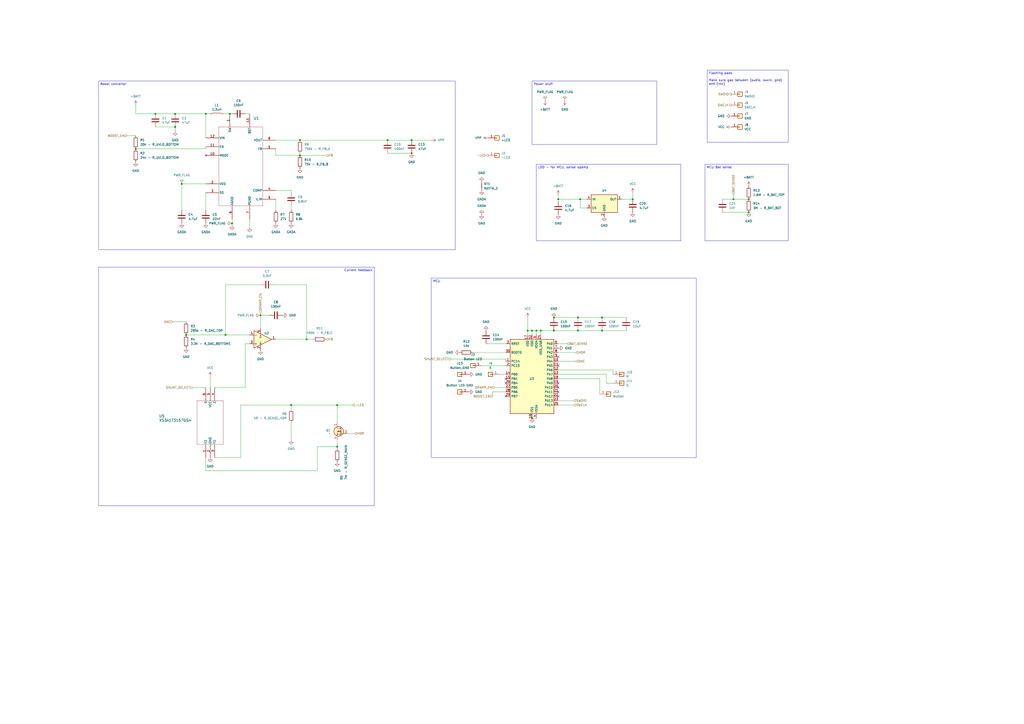
<source format=kicad_sch>
(kicad_sch (version 20231120) (generator "eeschema") (generator_version "8.0")
  (paper "A2")
  (title_block (title "Flashlight Driver") (date "2024-04-21") (company "Ben Simms"))
  (lib_symbols
    (symbol "Connector_Generic:Conn_01x01" (pin_names (offset 1.016) hide)
      (property "Reference" "J" (at 0 2.54 0))
      (property "Value" "Conn_01x01" (at 0 -2.54 0))
      (symbol "Conn_01x01_1_1"
        (pin passive line (at -5.08 0 0) (length 3.81) (name "Pin_1") (number "1"))
      )
    )
    (symbol "Device:L" (pin_numbers hide) (pin_names (offset 1.016) hide)
      (property "Reference" "L" (at -1.27 0 90))
      (property "Value" "L" (at 1.905 0 90))
      (symbol "L_1_1"
        (pin passive line (at 0 3.81 270) (length 1.27) (name "1") (number "1"))
        (pin passive line (at 0 -3.81 90) (length 1.27) (name "2") (number "2"))
      )
    )
    (symbol "Device:NetTie_2" (pin_numbers hide) (pin_names (offset 0) hide) (in_bom no)
      (property "Reference" "NT" (at 0 1.27 0))
      (property "Value" "NetTie_2" (at 0 -1.27 0))
      (symbol "NetTie_2_1_1"
        (pin passive line (at -2.54 0 0) (length 2.54) (name "1") (number "1"))
        (pin passive line (at 2.54 0 180) (length 2.54) (name "2") (number "2"))
      )
    )
    (symbol "MCU_ST_STM32L0:STM32L072KBUx"
      (property "Reference" "U" (at -12.7 24.13 0))
      (property "Value" "STM32L072KBUx" (at 7.62 24.13 0))
      (symbol "STM32L072KBUx_1_1"
        (pin bidirectional line (at -15.24 10.16 0) (length 2.54) (name "PC14") (number "1"))
        (pin bidirectional line (at 15.24 10.16 180) (length 2.54) (name "PA4") (number "10"))
        (pin bidirectional line (at 15.24 7.62 180) (length 2.54) (name "PA5") (number "11"))
        (pin bidirectional line (at 15.24 5.08 180) (length 2.54) (name "PA6") (number "12"))
        (pin bidirectional line (at 15.24 2.54 180) (length 2.54) (name "PA7") (number "13"))
        (pin bidirectional line (at -15.24 2.54 0) (length 2.54) (name "PB0") (number "14"))
        (pin bidirectional line (at -15.24 0 0) (length 2.54) (name "PB1") (number "15"))
        (pin power_in line (at 0 -22.86 90) (length 2.54) (name "VSS") (number "16"))
        (pin power_in line (at -2.54 25.4 270) (length 2.54) (name "VDD") (number "17"))
        (pin bidirectional line (at 15.24 0 180) (length 2.54) (name "PA8") (number "18"))
        (pin bidirectional line (at 15.24 -2.54 180) (length 2.54) (name "PA9") (number "19"))
        (pin bidirectional line (at -15.24 7.62 0) (length 2.54) (name "PC15") (number "2"))
        (pin bidirectional line (at 15.24 -5.08 180) (length 2.54) (name "PA10") (number "20"))
        (pin bidirectional line (at 15.24 -7.62 180) (length 2.54) (name "PA11") (number "21"))
        (pin bidirectional line (at 15.24 -10.16 180) (length 2.54) (name "PA12") (number "22"))
        (pin bidirectional line (at 15.24 -12.7 180) (length 2.54) (name "PA13") (number "23"))
        (pin power_in line (at 5.08 25.4 270) (length 2.54) (name "VDD_USB") (number "24"))
        (pin bidirectional line (at 15.24 -15.24 180) (length 2.54) (name "PA14") (number "25"))
        (pin bidirectional line (at -15.24 -2.54 0) (length 2.54) (name "PB4") (number "26"))
        (pin bidirectional line (at -15.24 -5.08 0) (length 2.54) (name "PB5") (number "27"))
        (pin bidirectional line (at -15.24 -7.62 0) (length 2.54) (name "PB6") (number "28"))
        (pin bidirectional line (at -15.24 -10.16 0) (length 2.54) (name "PB7") (number "29"))
        (pin input line (at -15.24 20.32 0) (length 2.54) (name "NRST") (number "3"))
        (pin input line (at -15.24 15.24 0) (length 2.54) (name "BOOT0") (number "30"))
        (pin passive line (at 0 -22.86 90) (length 2.54) hide (name "VSS") (number "31"))
        (pin power_in line (at 0 25.4 270) (length 2.54) (name "VDD") (number "32"))
        (pin passive line (at 0 -22.86 90) (length 2.54) hide (name "VSS") (number "33"))
        (pin power_in line (at 2.54 -22.86 90) (length 2.54) (name "VSSA") (number "4"))
        (pin power_in line (at 2.54 25.4 270) (length 2.54) (name "VDDA") (number "5"))
        (pin bidirectional line (at 15.24 20.32 180) (length 2.54) (name "PA0") (number "6"))
        (pin bidirectional line (at 15.24 17.78 180) (length 2.54) (name "PA1") (number "7"))
        (pin bidirectional line (at 15.24 15.24 180) (length 2.54) (name "PA2") (number "8"))
        (pin bidirectional line (at 15.24 12.7 180) (length 2.54) (name "PA3") (number "9"))
      )
    )
    (symbol "MP3431:MP3431GL-P" (pin_names (offset 0.254))
      (property "Reference" "U" (at 20.574 -18.288 0))
      (property "Value" "MP3431GL-P" (at 20.574 -20.828 0))
      (symbol "MP3431GL-P_0_1"
        (pin power_in line (at 0 -1.27 0) (length 7.62) (name "VIN") (number "12"))
        (pin power_in line (at 0 -27.94 0) (length 7.62) (name "VDD") (number "2"))
        (pin output line (at 40.64 -31.75 180) (length 7.62) (name "COMP") (number "4"))
        (pin input line (at 40.64 -7.62 180) (length 7.62) (name "FB") (number "5"))
      )
      (symbol "MP3431GL-P_1_1"
        (pin passive line (at 13.97 12.7 270) (length 7.62) (name "SW") (number "1"))
        (pin input line (at 0 -11.43 0) (length 7.62) (name "MODE") (number "10"))
        (pin input line (at 0 -6.35 0) (length 7.62) (name "EN") (number "11"))
        (pin passive line (at 25.4 12.7 270) (length 7.62) (name "BST") (number "13"))
        (pin passive line (at 0 -33.02 0) (length 7.62) (name "SS") (number "3"))
        (pin power_in line (at 15.24 -48.26 90) (length 7.62) (name "AGND") (number "6"))
        (pin power_in line (at 25.4 -48.26 90) (length 7.62) (name "PGND") (number "7"))
        (pin power_out line (at 40.64 -2.54 180) (length 7.62) (name "VOUT") (number "8"))
        (pin passive line (at 40.64 -36.83 180) (length 7.62) (name "ILIM") (number "9"))
      )
    )
    (symbol "PCM_Amplifier_Operational_AKL:OPA333AIDBV" (pin_names (offset 0.2))
      (property "Reference" "U" (at 0 7.62 0))
      (property "Value" "OPA333AIDBV" (at 0 5.08 0))
      (symbol "OPA333AIDBV_1_1"
        (pin output line (at 7.62 0 180) (length 2.54) (name "~") (number "1"))
        (pin power_in line (at -1.27 -6.35 90) (length 3.18) (name "V-") (number "2"))
        (pin input line (at -7.62 -2.54 0) (length 2.54) (name "+") (number "3"))
        (pin input line (at -7.62 2.54 0) (length 2.54) (name "-") (number "4"))
        (pin power_in line (at -1.27 6.35 270) (length 3.18) (name "V+") (number "5"))
      )
    )
    (symbol "PCM_Capacitor_AKL:C_0402" (pin_numbers hide) (pin_names (offset 0.254))
      (property "Reference" "C" (at 0.635 2.54 0))
      (property "Value" "C_0402" (at 0.635 -2.54 0))
      (symbol "C_0402_1_1"
        (pin passive line (at 0 3.81 270) (length 2.794) (name "~") (number "1"))
        (pin passive line (at 0 -3.81 90) (length 2.794) (name "~") (number "2"))
      )
    )
    (symbol "PCM_Capacitor_AKL:C_0603" (pin_numbers hide) (pin_names (offset 0.254))
      (property "Reference" "C" (at 0.635 2.54 0))
      (property "Value" "C_0603" (at 0.635 -2.54 0))
      (symbol "C_0603_1_1"
        (pin passive line (at 0 3.81 270) (length 2.794) (name "~") (number "1"))
        (pin passive line (at 0 -3.81 90) (length 2.794) (name "~") (number "2"))
      )
    )
    (symbol "PCM_Capacitor_AKL:C_0805" (pin_numbers hide) (pin_names (offset 0.254))
      (property "Reference" "C" (at 0.635 2.54 0))
      (property "Value" "C_0805" (at 0.635 -2.54 0))
      (symbol "C_0805_1_1"
        (pin passive line (at 0 3.81 270) (length 2.794) (name "~") (number "1"))
        (pin passive line (at 0 -3.81 90) (length 2.794) (name "~") (number "2"))
      )
    )
    (symbol "PCM_Resistor_AKL:R_0402" (pin_numbers hide) (pin_names (offset 0))
      (property "Reference" "R" (at 2.54 1.27 0))
      (property "Value" "R_0402" (at 2.54 -1.27 0))
      (symbol "R_0402_1_1"
        (pin passive line (at 0 3.81 270) (length 1.27) (name "~") (number "1"))
        (pin passive line (at 0 -3.81 90) (length 1.27) (name "~") (number "2"))
      )
    )
    (symbol "PCM_Transistor_MOSFET_AKL:DMN1019UFDE" (pin_names hide)
      (property "Reference" "Q" (at 5.08 1.27 0))
      (property "Value" "DMN1019UFDE" (at 5.08 -1.27 0))
      (symbol "DMN1019UFDE_1_1"
        (pin passive line (at 2.54 5.08 270) (length 2.54) (name "D") (number "1"))
        (pin no_connect line (at 2.54 0 180) (length 2.54) hide (name "NC") (number "2"))
        (pin input line (at -3.81 -1.27 0) (length 2.54) (name "G") (number "3"))
        (pin passive line (at 2.54 -5.08 90) (length 2.54) (name "S") (number "4"))
      )
    )
    (symbol "Regulator_Linear:NCP115AMX250TCG"
      (property "Reference" "U" (at 2.54 10.16 0))
      (property "Value" "NCP115AMX250TCG" (at 10.16 7.62 0))
      (symbol "NCP115AMX250TCG_1_1"
        (pin power_out line (at 10.16 2.54 180) (length 2.54) (name "OUT") (number "1"))
        (pin power_in line (at 0 -7.62 90) (length 2.54) (name "GND") (number "2"))
        (pin input line (at -10.16 -2.54 0) (length 2.54) (name "EN") (number "3"))
        (pin power_in line (at -10.16 2.54 0) (length 2.54) (name "IN") (number "4"))
        (pin passive line (at 0 -7.62 90) (length 2.54) hide (name "GND") (number "5"))
      )
    )
    (symbol "XS3A1T3157GSH:XS3A1T3157GSH" (pin_names (offset 0.254))
      (property "Reference" "U" (at 20.32 10.16 0))
      (property "Value" "XS3A1T3157GSH" (at 20.32 7.62 0))
      (symbol "XS3A1T3157GSH_0_1"
        (pin bidirectional line (at 0 0 0) (length 7.62) (name "Y2") (number "1"))
        (pin power_out line (at 0 -2.54 0) (length 7.62) (name "GND") (number "2"))
        (pin bidirectional line (at 0 -5.08 0) (length 7.62) (name "Y1") (number "3"))
        (pin bidirectional line (at 40.64 -5.08 180) (length 7.62) (name "Z") (number "4"))
        (pin power_in line (at 40.64 -2.54 180) (length 7.62) (name "VCC") (number "5"))
        (pin input line (at 40.64 0 180) (length 7.62) (name "S") (number "6"))
      )
    )
    (symbol "power:+BATT" (power) (pin_numbers hide) (pin_names (offset 0) hide)
      (property "Value" "+BATT" (at 0 3.556 0))
      (symbol "+BATT_1_1"
        (pin power_in line (at 0 0 90) (length 0) (name "~") (number "1"))
      )
    )
    (symbol "power:GND" (power) (pin_numbers hide) (pin_names (offset 0) hide)
      (property "Value" "GND" (at 0 -3.81 0))
      (symbol "GND_1_1"
        (pin power_in line (at 0 0 270) (length 0) (name "~") (number "1"))
      )
    )
    (symbol "power:GNDA" (power) (pin_numbers hide) (pin_names (offset 0) hide)
      (property "Value" "GNDA" (at 0 -3.81 0))
      (symbol "GNDA_1_1"
        (pin power_in line (at 0 0 270) (length 0) (name "~") (number "1"))
      )
    )
    (symbol "power:PWR_FLAG" (power) (pin_numbers hide) (pin_names (offset 0) hide)
      (property "Value" "PWR_FLAG" (at 0 3.81 0))
      (symbol "PWR_FLAG_0_0"
        (pin power_out line (at 0 0 90) (length 0) (name "~") (number "1"))
      )
    )
    (symbol "power:VCC" (power) (pin_numbers hide) (pin_names (offset 0) hide)
      (property "Value" "VCC" (at 0 3.556 0))
      (symbol "VCC_1_1"
        (pin power_in line (at 0 0 90) (length 0) (name "~") (number "1"))
      )
    )
    (symbol "power:VPP" (power) (pin_numbers hide) (pin_names (offset 0) hide)
      (property "Value" "VPP" (at 0 3.556 0))
      (symbol "VPP_1_1"
        (pin power_in line (at 0 0 90) (length 0) (name "~") (number "1"))
      )
    )
  )
  (junction (at 105.41 106.68))
  (junction (at 367.03 115.57))
  (junction (at 311.15 191.77))
  (junction (at 306.07 191.77))
  (junction (at 238.76 81.28))
  (junction (at 101.6 66.04))
  (junction (at 349.25 184.15))
  (junction (at 321.31 191.77))
  (junction (at 323.85 115.57))
  (junction (at 308.61 242.57))
  (junction (at 336.55 115.57))
  (junction (at 101.6 73.66))
  (junction (at 434.34 123.19))
  (junction (at 349.25 191.77))
  (junction (at 224.79 81.28))
  (junction (at 133.35 66.04))
  (junction (at 321.31 184.15))
  (junction (at 313.69 191.77))
  (junction (at 107.95 194.31))
  (junction (at 308.61 191.77))
  (junction (at 195.58 234.95))
  (junction (at 425.45 115.57))
  (junction (at 335.28 184.15))
  (junction (at 119.38 66.04))
  (junction (at 78.74 86.36))
  (junction (at 335.28 191.77))
  (junction (at 134.62 129.54))
  (junction (at 434.34 115.57))
  (junction (at 130.81 194.31))
  (junction (at 173.99 81.28))
  (junction (at 177.8 196.85))
  (junction (at 195.58 259.08))
  (junction (at 151.13 182.88))
  (junction (at 168.91 234.95))
  (junction (at 173.99 90.17))
  (junction (at 238.76 88.9))
  (junction (at 90.17 66.04))
  (no_connect (at 323.85 212.09))
  (no_connect (at 293.37 229.87))
  (no_connect (at 323.85 227.33))
  (no_connect (at 293.37 222.25))
  (no_connect (at 293.37 219.71))
  (no_connect (at 119.38 90.17))
  (no_connect (at 323.85 222.25))
  (no_connect (at 323.85 207.01))
  (no_connect (at 323.85 229.87))
  (no_connect (at 323.85 224.79))
  (wire (pts (xy 142.24 66.04) (xy 144.78 66.04)))
  (wire (pts (xy 224.79 81.28) (xy 238.76 81.28)))
  (wire (pts (xy 274.32 204.47) (xy 293.37 204.47)))
  (wire (pts (xy 195.58 234.95) (xy 195.58 245.11)))
  (wire (pts (xy 323.85 113.03) (xy 323.85 115.57)))
  (wire (pts (xy 139.7 265.43) (xy 139.7 234.95)))
  (wire (pts (xy 323.85 219.71) (xy 347.98 219.71)))
  (wire (pts (xy 419.1 123.19) (xy 434.34 123.19)))
  (wire (pts (xy 124.46 265.43) (xy 139.7 265.43)))
  (wire (pts (xy 101.6 66.04) (xy 119.38 66.04)))
  (wire (pts (xy 355.6 214.63) (xy 355.6 217.17)))
  (wire (pts (xy 335.28 191.77) (xy 349.25 191.77)))
  (wire (pts (xy 287.02 224.79) (xy 293.37 224.79)))
  (wire (pts (xy 177.8 196.85) (xy 181.61 196.85)))
  (wire (pts (xy 134.62 129.54) (xy 134.62 130.81)))
  (wire (pts (xy 177.8 165.1) (xy 177.8 196.85)))
  (wire (pts (xy 173.99 81.28) (xy 224.79 81.28)))
  (wire (pts (xy 151.13 182.88) (xy 151.13 190.5)))
  (wire (pts (xy 323.85 199.39) (xy 328.93 199.39)))
  (wire (pts (xy 124.46 224.79) (xy 142.24 224.79)))
  (wire (pts (xy 313.69 194.31) (xy 313.69 191.77)))
  (wire (pts (xy 323.85 204.47) (xy 334.01 204.47)))
  (wire (pts (xy 129.54 66.04) (xy 133.35 66.04)))
  (wire (pts (xy 321.31 184.15) (xy 335.28 184.15)))
  (wire (pts (xy 279.4 212.09) (xy 293.37 212.09)))
  (wire (pts (xy 134.62 127) (xy 134.62 129.54)))
  (wire (pts (xy 308.61 191.77) (xy 306.07 191.77)))
  (wire (pts (xy 184.15 273.05) (xy 184.15 259.08)))
  (wire (pts (xy 119.38 111.76) (xy 119.38 121.92)))
  (wire (pts (xy 144.78 127) (xy 144.78 132.08)))
  (wire (pts (xy 360.68 115.57) (xy 367.03 115.57)))
  (wire (pts (xy 351.79 222.25) (xy 351.79 217.17)))
  (wire (pts (xy 313.69 191.77) (xy 311.15 191.77)))
  (wire (pts (xy 321.31 191.77) (xy 335.28 191.77)))
  (wire (pts (xy 160.02 110.49) (xy 168.91 110.49)))
  (wire (pts (xy 177.8 196.85) (xy 160.02 196.85)))
  (wire (pts (xy 173.99 90.17) (xy 173.99 88.9)))
  (wire (pts (xy 101.6 73.66) (xy 101.6 76.2)))
  (wire (pts (xy 293.37 199.39) (xy 281.94 199.39)))
  (wire (pts (xy 111.76 224.79) (xy 119.38 224.79)))
  (wire (pts (xy 121.92 218.44) (xy 121.92 224.79)))
  (wire (pts (xy 160.02 81.28) (xy 173.99 81.28)))
  (wire (pts (xy 323.85 214.63) (xy 355.6 214.63)))
  (wire (pts (xy 340.36 120.65) (xy 336.55 120.65)))
  (wire (pts (xy 73.66 78.74) (xy 78.74 78.74)))
  (wire (pts (xy 195.58 259.08) (xy 195.58 260.35)))
  (wire (pts (xy 323.85 209.55) (xy 334.01 209.55)))
  (wire (pts (xy 308.61 194.31) (xy 308.61 191.77)))
  (wire (pts (xy 168.91 255.27) (xy 168.91 245.11)))
  (wire (pts (xy 323.85 232.41) (xy 332.74 232.41)))
  (wire (pts (xy 78.74 66.04) (xy 90.17 66.04)))
  (wire (pts (xy 119.38 86.36) (xy 119.38 85.09)))
  (wire (pts (xy 205.74 251.46) (xy 201.93 251.46)))
  (wire (pts (xy 306.07 191.77) (xy 306.07 194.31)))
  (wire (pts (xy 144.78 199.39) (xy 142.24 199.39)))
  (wire (pts (xy 195.58 255.27) (xy 195.58 259.08)))
  (wire (pts (xy 335.28 184.15) (xy 349.25 184.15)))
  (wire (pts (xy 184.15 259.08) (xy 195.58 259.08)))
  (wire (pts (xy 289.56 217.17) (xy 293.37 217.17)))
  (wire (pts (xy 311.15 191.77) (xy 308.61 191.77)))
  (wire (pts (xy 419.1 115.57) (xy 425.45 115.57)))
  (wire (pts (xy 78.74 86.36) (xy 119.38 86.36)))
  (wire (pts (xy 323.85 234.95) (xy 332.74 234.95)))
  (wire (pts (xy 142.24 199.39) (xy 142.24 224.79)))
  (wire (pts (xy 168.91 234.95) (xy 168.91 237.49)))
  (wire (pts (xy 347.98 219.71) (xy 347.98 228.6)))
  (wire (pts (xy 238.76 81.28) (xy 250.19 81.28)))
  (wire (pts (xy 107.95 194.31) (xy 130.81 194.31)))
  (wire (pts (xy 349.25 184.15) (xy 363.22 184.15)))
  (wire (pts (xy 321.31 191.77) (xy 313.69 191.77)))
  (wire (pts (xy 119.38 66.04) (xy 119.38 80.01)))
  (wire (pts (xy 425.45 115.57) (xy 434.34 115.57)))
  (wire (pts (xy 151.13 181.61) (xy 151.13 182.88)))
  (wire (pts (xy 78.74 60.96) (xy 78.74 66.04)))
  (wire (pts (xy 119.38 106.68) (xy 105.41 106.68)))
  (wire (pts (xy 367.03 115.57) (xy 367.03 111.76)))
  (wire (pts (xy 160.02 86.36) (xy 160.02 90.17)))
  (wire (pts (xy 204.47 234.95) (xy 195.58 234.95)))
  (wire (pts (xy 119.38 273.05) (xy 184.15 273.05)))
  (wire (pts (xy 323.85 115.57) (xy 323.85 116.84)))
  (wire (pts (xy 355.6 222.25) (xy 351.79 222.25)))
  (wire (pts (xy 336.55 120.65) (xy 336.55 115.57)))
  (wire (pts (xy 224.79 88.9) (xy 238.76 88.9)))
  (wire (pts (xy 160.02 115.57) (xy 160.02 121.92)))
  (wire (pts (xy 158.75 165.1) (xy 177.8 165.1)))
  (wire (pts (xy 173.99 90.17) (xy 189.23 90.17)))
  (wire (pts (xy 130.81 194.31) (xy 130.81 165.1)))
  (wire (pts (xy 311.15 194.31) (xy 311.15 191.77)))
  (wire (pts (xy 130.81 165.1) (xy 151.13 165.1)))
  (wire (pts (xy 168.91 119.38) (xy 168.91 121.92)))
  (wire (pts (xy 90.17 66.04) (xy 101.6 66.04)))
  (wire (pts (xy 285.75 227.33) (xy 285.75 229.87)))
  (wire (pts (xy 151.13 182.88) (xy 156.21 182.88)))
  (wire (pts (xy 130.81 194.31) (xy 144.78 194.31)))
  (wire (pts (xy 425.45 113.03) (xy 425.45 115.57)))
  (wire (pts (xy 100.33 186.69) (xy 107.95 186.69)))
  (wire (pts (xy 323.85 217.17) (xy 351.79 217.17)))
  (wire (pts (xy 133.35 66.04) (xy 134.62 66.04)))
  (wire (pts (xy 336.55 115.57) (xy 323.85 115.57)))
  (wire (pts (xy 293.37 208.28) (xy 293.37 209.55)))
  (wire (pts (xy 340.36 115.57) (xy 336.55 115.57)))
  (wire (pts (xy 119.38 265.43) (xy 119.38 273.05)))
  (wire (pts (xy 90.17 73.66) (xy 101.6 73.66)))
  (wire (pts (xy 119.38 66.04) (xy 121.92 66.04)))
  (wire (pts (xy 293.37 227.33) (xy 285.75 227.33)))
  (wire (pts (xy 261.62 208.28) (xy 293.37 208.28)))
  (wire (pts (xy 160.02 90.17) (xy 173.99 90.17)))
  (wire (pts (xy 168.91 110.49) (xy 168.91 111.76)))
  (wire (pts (xy 105.41 106.68) (xy 105.41 121.92)))
  (wire (pts (xy 308.61 242.57) (xy 311.15 242.57)))
  (wire (pts (xy 139.7 234.95) (xy 168.91 234.95)))
  (wire (pts (xy 349.25 191.77) (xy 363.22 191.77)))
  (wire (pts (xy 306.07 184.15) (xy 306.07 191.77)))
  (wire (pts (xy 195.58 234.95) (xy 168.91 234.95)))
  (text_box "Flashing pads\n\nMake sure gap between (swdio, swclk, gnd) and (vcc)" (at 410.21 40.64 0) (size 46.99 41.91) (effects (font (size 1.27 1.27)) (justify left top)))
  (text_box "LDO - for MCU, sense opamp" (at 311.15 95.25 0) (size 83.82 44.45) (effects (font (size 1.27 1.27)) (justify left top)))
  (text_box "Current feedback" (at 57.15 154.94 0) (size 160.02 138.43) (effects (font (size 1.27 1.27)) (justify right top)))
  (text_box "Power stuff\n" (at 308.61 46.99 0) (size 72.39 36.83) (effects (font (size 1.27 1.27)) (justify left top)))
  (text_box "MCU" (at 250.19 161.29 0) (size 153.67 104.14) (effects (font (size 1.27 1.27)) (justify left top)))
  (text_box "MCU Bat sense" (at 408.94 95.25 0) (size 48.26 44.45) (effects (font (size 1.27 1.27)) (justify left top)))
  (text_box "Boost converter" (at 57.15 46.99 0) (size 207.01 97.79) (effects (font (size 1.27 1.27)) (justify left top)))
  (hierarchical_label "SWDIO" (shape output) (at 424.18 54.61 180))
  (hierarchical_label "OPAMP_EN" (shape input) (at 151.13 181.61 90))
  (hierarchical_label "SWCLK" (shape input) (at 332.74 234.95 0))
  (hierarchical_label "DAC" (shape input) (at 334.01 209.55 0))
  (hierarchical_label "-LED" (shape input) (at 204.47 234.95 0))
  (hierarchical_label "OPAMP_EN" (shape input) (at 287.02 224.79 180))
  (hierarchical_label "HDR" (shape input) (at 205.74 251.46 0))
  (hierarchical_label "BOOST_EN" (shape input) (at 73.66 78.74 180))
  (hierarchical_label "BAT_SENSE" (shape input) (at 425.45 113.03 90))
  (hierarchical_label "SWDIO" (shape input) (at 332.74 232.41 0))
  (hierarchical_label "-LED" (shape output) (at 283.21 90.17 180))
  (hierarchical_label "SHUNT_SELECT" (shape input) (at 261.62 208.28 180))
  (hierarchical_label "DAC" (shape input) (at 100.33 186.69 180))
  (hierarchical_label "HDR" (shape input) (at 334.01 204.47 0))
  (hierarchical_label "FB" (shape input) (at 189.23 90.17 0))
  (hierarchical_label "SWCLK" (shape output) (at 424.18 60.96 180))
  (hierarchical_label "FB" (shape input) (at 189.23 196.85 0))
  (hierarchical_label "BOOST_EN" (shape input) (at 285.75 229.87 180))
  (hierarchical_label "SHUNT_SELECT" (shape input) (at 111.76 224.79 180))
  (hierarchical_label "BAT_SENSE" (shape input) (at 328.93 199.39 0))
  (symbol (lib_id "power:GNDA") (at 134.62 130.81 0) (unit 1)
    (property "Reference" "#PWR010" (effects (hide yes)))
    (property "Value" "GNDA" (at 134.62 135.89 0))
    (property "Description" "Power symbol creates a global label with name \"GNDA\" , analog ground" (effects (hide yes)))
  )
  (symbol (lib_id "PCM_Resistor_AKL:R_0402") (at 160.02 125.73 0) (unit 1)
    (property "Reference" "R7" (at 162.56 124.4599 0) (effects (justify left)))
    (property "Value" "27k" (at 162.56 126.9999 0) (effects (justify left)))
    (property "Footprint" "Resistor_SMD_AKL:R_0402_1005Metric" (effects (hide yes)))
    (property "Description" "SMD 0402 Chip Resistor, European Symbol, Alternate KiCad Library" (effects (hide yes)))
  )
  (symbol (lib_id "Connector_Generic:Conn_01x01") (at 429.26 73.66 0) (unit 1)
    (property "Reference" "J8" (at 431.8 72.3899 0) (effects (justify left)))
    (property "Value" "VCC" (at 431.8 74.9299 0) (effects (justify left)))
    (property "Footprint" "TestPoint:TestPoint_Pad_D0.7mm" (effects (hide yes)))
    (property "Description" "Generic connector, single row, 01x01, script generated (kicad-library-utils/schlib/autogen/connector/)" (effects (hide yes)))
  )
  (symbol (lib_id "power:GND") (at 367.03 123.19 0) (unit 1)
    (property "Reference" "#PWR032" (effects (hide yes)))
    (property "Value" "GND" (at 367.03 128.27 0))
    (property "Description" "Power symbol creates a global label with name \"GND\" , ground" (effects (hide yes)))
  )
  (symbol (lib_id "PCM_Capacitor_AKL:C_0603") (at 323.85 120.65 0) (unit 1)
    (property "Reference" "C16" (at 327.66 119.3799 0) (effects (justify left)))
    (property "Value" "4.7uF" (at 327.66 121.9199 0) (effects (justify left)))
    (property "Footprint" "Capacitor_SMD_AKL:C_0402_1005Metric" (effects (hide yes)))
    (property "Description" "SMD 0603 MLCC capacitor, Alternate KiCad Library" (effects (hide yes)))
  )
  (symbol (lib_id "Device:NetTie_2") (at 279.4 107.95 90) (unit 1) (in_bom no) (on_board no)
    (property "Reference" "NT1" (at 280.67 106.6799 90) (effects (justify right)))
    (property "Value" "NetTie_2" (at 280.67 109.2199 90) (effects (justify right)))
    (property "Description" "Net tie, 2 pins" (effects (hide yes)))
  )
  (symbol (lib_id "power:VCC") (at 367.03 111.76 0) (unit 1)
    (property "Reference" "#PWR031" (effects (hide yes)))
    (property "Value" "VCC" (at 367.03 106.68 0))
    (property "Description" "Power symbol creates a global label with name \"VCC\"" (effects (hide yes)))
  )
  (symbol (lib_id "PCM_Resistor_AKL:R_0402") (at 78.74 90.17 0) (unit 1)
    (property "Reference" "R2" (at 81.28 88.8999 0) (effects (justify left)))
    (property "Value" "24k - R_UVLO_BOTTOM" (at 81.28 91.4399 0) (effects (justify left)))
    (property "Footprint" "Resistor_SMD_AKL:R_0402_1005Metric" (effects (hide yes)))
    (property "Description" "SMD 0402 Chip Resistor, European Symbol, Alternate KiCad Library" (effects (hide yes)))
  )
  (symbol (lib_id "PCM_Capacitor_AKL:C_0402") (at 224.79 85.09 0) (unit 1)
    (property "Reference" "C10" (at 228.6 83.8199 0) (effects (justify left)))
    (property "Value" "100nF" (at 228.6 86.3599 0) (effects (justify left)))
    (property "Footprint" "Capacitor_SMD_AKL:C_0402_1005Metric" (effects (hide yes)))
    (property "Description" "SMD 0402 MLCC capacitor, Alternate KiCad Library" (effects (hide yes)))
  )
  (symbol (lib_id "MCU_ST_STM32L0:STM32L072KBUx") (at 308.61 219.71 0) (unit 1)
    (property "Reference" "U3" (at 307.086 219.71 0) (effects (justify left)))
    (property "Value" "STM32L072KBUx" (effects (hide yes)))
    (property "Footprint" "Package_DFN_QFN:QFN-32-1EP_5x5mm_P0.5mm_EP3.45x3.45mm" (effects (hide yes)))
    (property "Datasheet" "https://www.st.com/resource/en/datasheet/stm32l072kb.pdf" (effects (hide yes)))
    (property "Description" "STMicroelectronics Arm Cortex-M0+ MCU, 128KB flash, 20KB RAM, 32 MHz, 1.65-3.6V, 23 GPIO, UFQFPN32" (effects (hide yes)))
  )
  (symbol (lib_id "power:VCC") (at 424.18 73.66 90) (unit 1)
    (property "Reference" "#PWR034" (effects (hide yes)))
    (property "Value" "VCC" (at 420.37 73.6599 90) (effects (justify left)))
    (property "Description" "Power symbol creates a global label with name \"VCC\"" (effects (hide yes)))
  )
  (symbol (lib_id "Connector_Generic:Conn_01x01") (at 266.7 217.17 180) (unit 1)
    (property "Reference" "J13" (at 266.7 210.82 0))
    (property "Value" "Button_GND" (at 266.7 213.36 0))
    (property "Footprint" "TestPoint:TestPoint_Pad_D1.0mm" (effects (hide yes)))
    (property "Description" "Generic connector, single row, 01x01, script generated (kicad-library-utils/schlib/autogen/connector/)" (effects (hide yes)))
  )
  (symbol (lib_id "Connector_Generic:Conn_01x01") (at 353.06 228.6 0) (unit 1)
    (property "Reference" "J12" (at 355.6 227.3299 0) (effects (justify left)))
    (property "Value" "Button" (at 355.6 229.8699 0) (effects (justify left)))
    (property "Footprint" "TestPoint:TestPoint_Pad_D1.0mm" (effects (hide yes)))
    (property "Description" "Generic connector, single row, 01x01, script generated (kicad-library-utils/schlib/autogen/connector/)" (effects (hide yes)))
  )
  (symbol (lib_id "power:PWR_FLAG") (at 327.66 58.42 0) (unit 1)
    (property "Reference" "#FLG05" (effects (hide yes)))
    (property "Value" "PWR_FLAG" (at 327.66 53.34 0))
    (property "Description" "Special symbol for telling ERC where power comes from" (effects (hide yes)))
  )
  (symbol (lib_id "power:GND") (at 121.92 265.43 0) (unit 1)
    (property "Reference" "#PWR043" (effects (hide yes)))
    (property "Value" "GND" (at 121.92 270.51 0))
    (property "Description" "Power symbol creates a global label with name \"GND\" , ground" (effects (hide yes)))
  )
  (symbol (lib_id "power:GND") (at 434.34 123.19 0) (unit 1)
    (property "Reference" "#PWR036" (effects (hide yes)))
    (property "Value" "GND" (at 434.34 128.27 0))
    (property "Description" "Power symbol creates a global label with name \"GND\" , ground" (effects (hide yes)))
  )
  (symbol (lib_id "power:GND") (at 281.94 191.77 180) (unit 1)
    (property "Reference" "#PWR019" (effects (hide yes)))
    (property "Value" "GND" (at 281.94 186.69 0))
    (property "Description" "Power symbol creates a global label with name \"GND\" , ground" (effects (hide yes)))
  )
  (symbol (lib_id "power:GND") (at 424.18 67.31 270) (unit 1)
    (property "Reference" "#PWR033" (effects (hide yes)))
    (property "Value" "GND" (at 420.37 67.3099 90) (effects (justify right)))
    (property "Description" "Power symbol creates a global label with name \"GND\" , ground" (effects (hide yes)))
  )
  (symbol (lib_id "power:GND") (at 168.91 255.27 0) (mirror y) (unit 1)
    (property "Reference" "#PWR09" (effects (hide yes)))
    (property "Value" "GND" (at 168.91 260.35 0))
    (property "Description" "Power symbol creates a global label with name \"GND\" , ground" (effects (hide yes)))
  )
  (symbol (lib_id "PCM_Capacitor_AKL:C_0603") (at 367.03 119.38 0) (unit 1)
    (property "Reference" "C20" (at 370.84 118.1099 0) (effects (justify left)))
    (property "Value" "4.7uF" (at 370.84 120.6499 0) (effects (justify left)))
    (property "Footprint" "Capacitor_SMD_AKL:C_0402_1005Metric" (effects (hide yes)))
    (property "Description" "SMD 0603 MLCC capacitor, Alternate KiCad Library" (effects (hide yes)))
  )
  (symbol (lib_id "PCM_Capacitor_AKL:C_0402") (at 281.94 195.58 180) (unit 1)
    (property "Reference" "C14" (at 285.75 194.3099 0) (effects (justify right)))
    (property "Value" "100nF" (at 285.75 196.8499 0) (effects (justify right)))
    (property "Footprint" "Capacitor_SMD_AKL:C_0402_1005Metric" (effects (hide yes)))
    (property "Description" "SMD 0402 MLCC capacitor, Alternate KiCad Library" (effects (hide yes)))
  )
  (symbol (lib_id "Connector_Generic:Conn_01x01") (at 266.7 227.33 180) (unit 1)
    (property "Reference" "J4" (at 266.7 220.98 0))
    (property "Value" "Button LED GND" (at 266.7 223.52 0))
    (property "Footprint" "TestPoint:TestPoint_Pad_D1.0mm" (effects (hide yes)))
    (property "Description" "Generic connector, single row, 01x01, script generated (kicad-library-utils/schlib/autogen/connector/)" (effects (hide yes)))
  )
  (symbol (lib_id "power:PWR_FLAG") (at 105.41 106.68 0) (unit 1)
    (property "Reference" "#FLG01" (effects (hide yes)))
    (property "Value" "PWR_FLAG" (at 105.41 101.6 0))
    (property "Description" "Special symbol for telling ERC where power comes from" (effects (hide yes)))
  )
  (symbol (lib_id "Connector_Generic:Conn_01x01") (at 288.29 80.01 0) (unit 1)
    (property "Reference" "J1" (at 290.83 78.7399 0) (effects (justify left)))
    (property "Value" "+LED" (at 290.83 81.2799 0) (effects (justify left)))
    (property "Footprint" "TestPoint:TestPoint_Pad_D2.0mm" (effects (hide yes)))
    (property "Description" "Generic connector, single row, 01x01, script generated (kicad-library-utils/schlib/autogen/connector/)" (effects (hide yes)))
  )
  (symbol (lib_id "PCM_Resistor_AKL:R_0402") (at 270.51 204.47 270) (unit 1)
    (property "Reference" "R12" (at 270.51 198.12 90))
    (property "Value" "10k" (at 270.51 200.66 90))
    (property "Footprint" "Resistor_SMD_AKL:R_0402_1005Metric" (effects (hide yes)))
    (property "Description" "SMD 0402 Chip Resistor, European Symbol, Alternate KiCad Library" (effects (hide yes)))
  )
  (symbol (lib_id "PCM_Capacitor_AKL:C_0402") (at 419.1 119.38 0) (unit 1)
    (property "Reference" "C21" (at 422.91 118.1099 0) (effects (justify left)))
    (property "Value" "1nF" (at 422.91 120.6499 0) (effects (justify left)))
    (property "Footprint" "Capacitor_SMD_AKL:C_0402_1005Metric" (effects (hide yes)))
    (property "Description" "SMD 0402 MLCC capacitor, Alternate KiCad Library" (effects (hide yes)))
  )
  (symbol (lib_id "Connector_Generic:Conn_01x01") (at 429.26 54.61 0) (unit 1)
    (property "Reference" "J5" (at 431.8 53.3399 0) (effects (justify left)))
    (property "Value" "SWDIO" (at 431.8 55.8799 0) (effects (justify left)))
    (property "Footprint" "TestPoint:TestPoint_Pad_D0.7mm" (effects (hide yes)))
    (property "Description" "Generic connector, single row, 01x01, script generated (kicad-library-utils/schlib/autogen/connector/)" (effects (hide yes)))
  )
  (symbol (lib_id "power:+BATT") (at 323.85 113.03 0) (unit 1)
    (property "Reference" "#PWR025" (effects (hide yes)))
    (property "Value" "+BATT" (at 323.85 107.95 0))
    (property "Description" "Power symbol creates a global label with name \"+BATT\"" (effects (hide yes)))
  )
  (symbol (lib_id "PCM_Transistor_MOSFET_AKL:DMN1019UFDE") (at 198.12 250.19 0) (mirror y) (unit 1)
    (property "Reference" "Q1" (at 191.77 249.5549 0) (effects (justify left)))
    (property "Value" "~" (at 191.77 251.46 0) (effects (justify left)))
    (property "Footprint" "Package_TO_SOT_SMD_AKL:Vishay_PowerPAK_SC70-6L_Single" (effects (hide yes)))
    (property "Datasheet" "https://www.tme.eu/Document/00e5c6e58441506de770077fffdea07e/DMN1019UFDE.pdf" (effects (hide yes)))
    (property "Description" "DFN 2x2 N-MOSFET enchancement mode transistor, 12V, 11A, 0.69W, Alternate KiCAD Library" (effects (hide yes)))
  )
  (symbol (lib_id "power:PWR_FLAG") (at 316.23 58.42 0) (unit 1)
    (property "Reference" "#FLG04" (effects (hide yes)))
    (property "Value" "PWR_FLAG" (at 316.23 53.34 0))
    (property "Description" "Special symbol for telling ERC where power comes from" (effects (hide yes)))
  )
  (symbol (lib_id "power:GND") (at 78.74 93.98 0) (unit 1)
    (property "Reference" "#PWR02" (effects (hide yes)))
    (property "Value" "GND" (at 78.74 99.06 0))
    (property "Description" "Power symbol creates a global label with name \"GND\" , ground" (effects (hide yes)))
  )
  (symbol (lib_id "power:GNDA") (at 160.02 129.54 0) (unit 1)
    (property "Reference" "#PWR012" (effects (hide yes)))
    (property "Value" "GNDA" (at 160.02 134.62 0))
    (property "Description" "Power symbol creates a global label with name \"GNDA\" , analog ground" (effects (hide yes)))
  )
  (symbol (lib_id "power:VCC") (at 121.92 218.44 0) (mirror y) (unit 1)
    (property "Reference" "#PWR029" (effects (hide yes)))
    (property "Value" "VCC" (at 121.92 213.36 0))
    (property "Description" "Power symbol creates a global label with name \"VCC\"" (effects (hide yes)))
  )
  (symbol (lib_id "power:VPP") (at 283.21 80.01 90) (unit 1)
    (property "Reference" "#PWR020" (effects (hide yes)))
    (property "Value" "VPP" (at 279.4 80.0099 90) (effects (justify left)))
    (property "Description" "Power symbol creates a global label with name \"VPP\"" (effects (hide yes)))
  )
  (symbol (lib_id "power:GND") (at 163.83 182.88 90) (unit 1)
    (property "Reference" "#PWR013" (effects (hide yes)))
    (property "Value" "GND" (at 167.64 182.8799 90) (effects (justify right)))
    (property "Description" "Power symbol creates a global label with name \"GND\" , ground" (effects (hide yes)))
  )
  (symbol (lib_id "Connector_Generic:Conn_01x01") (at 288.29 90.17 0) (unit 1)
    (property "Reference" "J2" (at 290.83 88.8999 0) (effects (justify left)))
    (property "Value" "-LED" (at 290.83 91.4399 0) (effects (justify left)))
    (property "Footprint" "TestPoint:TestPoint_Pad_D2.0mm" (effects (hide yes)))
    (property "Description" "Generic connector, single row, 01x01, script generated (kicad-library-utils/schlib/autogen/connector/)" (effects (hide yes)))
  )
  (symbol (lib_id "PCM_Resistor_AKL:R_0402") (at 107.95 198.12 0) (unit 1)
    (property "Reference" "R4" (at 110.49 196.8499 0) (effects (justify left)))
    (property "Value" "3.3K - R_DAC_BOTTOM1" (at 110.49 199.3899 0) (effects (justify left)))
    (property "Footprint" "Resistor_SMD_AKL:R_0402_1005Metric" (effects (hide yes)))
    (property "Description" "SMD 0402 Chip Resistor, European Symbol, Alternate KiCad Library" (effects (hide yes)))
  )
  (symbol (lib_id "power:GND") (at 308.61 242.57 0) (unit 1)
    (property "Reference" "#PWR022" (effects (hide yes)))
    (property "Value" "GND" (at 308.61 247.65 0))
    (property "Description" "Power symbol creates a global label with name \"GND\" , ground" (effects (hide yes)))
  )
  (symbol (lib_id "power:GNDA") (at 168.91 129.54 0) (unit 1)
    (property "Reference" "#PWR014" (effects (hide yes)))
    (property "Value" "GNDA" (at 168.91 134.62 0))
    (property "Description" "Power symbol creates a global label with name \"GNDA\" , analog ground" (effects (hide yes)))
  )
  (symbol (lib_id "power:GND") (at 107.95 201.93 0) (unit 1)
    (property "Reference" "#PWR05" (effects (hide yes)))
    (property "Value" "GND" (at 107.95 207.01 0))
    (property "Description" "Power symbol creates a global label with name \"GND\" , ground" (effects (hide yes)))
  )
  (symbol (lib_id "PCM_Resistor_AKL:R_0402") (at 78.74 82.55 0) (unit 1)
    (property "Reference" "R1" (at 81.28 81.2799 0) (effects (justify left)))
    (property "Value" "20k - R_UVLO_BOTTOM" (at 81.28 83.8199 0) (effects (justify left)))
    (property "Footprint" "Resistor_SMD_AKL:R_0402_1005Metric" (effects (hide yes)))
    (property "Description" "SMD 0402 Chip Resistor, European Symbol, Alternate KiCad Library" (effects (hide yes)))
  )
  (symbol (lib_id "Connector_Generic:Conn_01x01") (at 360.68 222.25 0) (unit 1)
    (property "Reference" "J11" (at 363.22 220.9799 0) (effects (justify left)))
    (property "Value" "G" (at 363.22 223.5199 0) (effects (justify left)))
    (property "Footprint" "TestPoint:TestPoint_Pad_D1.0mm" (effects (hide yes)))
    (property "Description" "Generic connector, single row, 01x01, script generated (kicad-library-utils/schlib/autogen/connector/)" (effects (hide yes)))
  )
  (symbol (lib_id "PCM_Resistor_AKL:R_0402") (at 173.99 93.98 0) (unit 1)
    (property "Reference" "R10" (at 176.53 92.7099 0) (effects (justify left)))
    (property "Value" "75k - R_FB_B" (at 176.53 95.2499 0) (effects (justify left)))
    (property "Footprint" "Resistor_SMD_AKL:R_0402_1005Metric" (effects (hide yes)))
    (property "Description" "SMD 0402 Chip Resistor, European Symbol, Alternate KiCad Library" (effects (hide yes)))
  )
  (symbol (lib_id "PCM_Resistor_AKL:R_0402") (at 195.58 264.16 0) (mirror y) (unit 1)
    (property "Reference" "R5" (at 198.12 278.384 90) (effects (justify left)))
    (property "Value" "7m - R_SENSE_MAIN" (at 200.66 278.384 90) (effects (justify left)))
    (property "Footprint" "Resistor_SMD_AKL:R_0805_2012Metric" (effects (hide yes)))
    (property "Description" "SMD 0402 Chip Resistor, European Symbol, Alternate KiCad Library" (effects (hide yes)))
  )
  (symbol (lib_id "PCM_Capacitor_AKL:C_0402") (at 349.25 187.96 0) (unit 1)
    (property "Reference" "C18" (at 353.06 186.6899 0) (effects (justify left)))
    (property "Value" "100nF" (at 353.06 189.2299 0) (effects (justify left)))
    (property "Footprint" "Capacitor_SMD_AKL:C_0402_1005Metric" (effects (hide yes)))
    (property "Description" "SMD 0402 MLCC capacitor, Alternate KiCad Library" (effects (hide yes)))
  )
  (symbol (lib_id "Regulator_Linear:NCP115AMX250TCG") (at 350.52 118.11 0) (unit 1)
    (property "Reference" "U4" (at 350.52 110.49 0))
    (property "Value" "NCP114AMX280TCG" (effects (hide yes)))
    (property "Footprint" "PCM_Package_DFN_QFN_AKL:UDFN-4-1EP_1x1mm_P0.65mm_EP0.48x0.48mm" (effects (hide yes)))
    (property "Datasheet" "https://www.onsemi.com/pdf/datasheet/ncp114-d.pdf" (effects (hide yes)))
    (property "Description" "300mA Low-Dropout Linear Regulators, 2.8V output voltage, LDO with low noise and enable pin, XDFN-4" (effects (hide yes)))
  )
  (symbol (lib_id "power:VPP") (at 250.19 81.28 270) (unit 1)
    (property "Reference" "#PWR017" (effects (hide yes)))
    (property "Value" "VPP" (at 254 81.2799 90) (effects (justify left)))
    (property "Description" "Power symbol creates a global label with name \"VPP\"" (effects (hide yes)))
  )
  (symbol (lib_id "power:GNDA") (at 279.4 124.46 180) (unit 1)
    (property "Reference" "#PWR041" (effects (hide yes)))
    (property "Value" "GNDA" (at 279.4 119.38 0))
    (property "Description" "Power symbol creates a global label with name \"GNDA\" , analog ground" (effects (hide yes)))
  )
  (symbol (lib_id "Connector_Generic:Conn_01x01") (at 284.48 217.17 180) (unit 1)
    (property "Reference" "J9" (at 284.48 210.82 0))
    (property "Value" "B" (at 284.48 213.36 0))
    (property "Footprint" "TestPoint:TestPoint_Pad_D1.0mm" (effects (hide yes)))
    (property "Description" "Generic connector, single row, 01x01, script generated (kicad-library-utils/schlib/autogen/connector/)" (effects (hide yes)))
  )
  (symbol (lib_id "power:GND") (at 195.58 267.97 0) (mirror y) (unit 1)
    (property "Reference" "#PWR06" (effects (hide yes)))
    (property "Value" "GND" (at 195.58 273.05 0))
    (property "Description" "Power symbol creates a global label with name \"GND\" , ground" (effects (hide yes)))
  )
  (symbol (lib_id "power:GND") (at 350.52 125.73 0) (unit 1)
    (property "Reference" "#PWR030" (effects (hide yes)))
    (property "Value" "GND" (at 350.52 130.81 0))
    (property "Description" "Power symbol creates a global label with name \"GND\" , ground" (effects (hide yes)))
  )
  (symbol (lib_id "PCM_Capacitor_AKL:C_0402") (at 154.94 165.1 90) (unit 1)
    (property "Reference" "C7" (at 154.94 157.48 90))
    (property "Value" "3.3nF" (at 154.94 160.02 90))
    (property "Footprint" "Capacitor_SMD_AKL:C_0402_1005Metric" (effects (hide yes)))
    (property "Description" "SMD 0402 MLCC capacitor, Alternate KiCad Library" (effects (hide yes)))
  )
  (symbol (lib_id "PCM_Resistor_AKL:R_0402") (at 434.34 119.38 0) (unit 1)
    (property "Reference" "R14" (at 436.88 118.1099 0) (effects (justify left)))
    (property "Value" "3M - R_BAT_BOT" (at 436.88 120.6499 0) (effects (justify left)))
    (property "Footprint" "Resistor_SMD_AKL:R_0402_1005Metric" (effects (hide yes)))
    (property "Description" "SMD 0402 Chip Resistor, European Symbol, Alternate KiCad Library" (effects (hide yes)))
  )
  (symbol (lib_id "PCM_Capacitor_AKL:C_0402") (at 321.31 187.96 0) (unit 1)
    (property "Reference" "C15" (at 325.12 186.6899 0) (effects (justify left)))
    (property "Value" "100nF" (at 325.12 189.2299 0) (effects (justify left)))
    (property "Footprint" "Capacitor_SMD_AKL:C_0402_1005Metric" (effects (hide yes)))
    (property "Description" "SMD 0402 MLCC capacitor, Alternate KiCad Library" (effects (hide yes)))
  )
  (symbol (lib_id "power:GND") (at 266.7 204.47 270) (unit 1)
    (property "Reference" "#PWR018" (effects (hide yes)))
    (property "Value" "GND" (at 262.89 204.4699 90) (effects (justify right)))
    (property "Description" "Power symbol creates a global label with name \"GND\" , ground" (effects (hide yes)))
  )
  (symbol (lib_id "power:GND") (at 323.85 201.93 90) (unit 1)
    (property "Reference" "#PWR039" (effects (hide yes)))
    (property "Value" "GND" (at 327.66 201.9299 90) (effects (justify right)))
    (property "Description" "Power symbol creates a global label with name \"GND\" , ground" (effects (hide yes)))
  )
  (symbol (lib_id "Connector_Generic:Conn_01x01") (at 429.26 67.31 0) (unit 1)
    (property "Reference" "J7" (at 431.8 66.0399 0) (effects (justify left)))
    (property "Value" "GND" (at 431.8 68.5799 0) (effects (justify left)))
    (property "Footprint" "TestPoint:TestPoint_Pad_D0.7mm" (effects (hide yes)))
    (property "Description" "Generic connector, single row, 01x01, script generated (kicad-library-utils/schlib/autogen/connector/)" (effects (hide yes)))
  )
  (symbol (lib_id "PCM_Capacitor_AKL:C_0402") (at 119.38 125.73 0) (unit 1)
    (property "Reference" "C5" (at 123.19 124.4599 0) (effects (justify left)))
    (property "Value" "22nF" (at 123.19 126.9999 0) (effects (justify left)))
    (property "Footprint" "Capacitor_SMD_AKL:C_0402_1005Metric" (effects (hide yes)))
    (property "Description" "SMD 0402 MLCC capacitor, Alternate KiCad Library" (effects (hide yes)))
  )
  (symbol (lib_id "power:VCC") (at 306.07 184.15 0) (unit 1)
    (property "Reference" "#PWR021" (effects (hide yes)))
    (property "Value" "VCC" (at 306.07 179.07 0))
    (property "Description" "Power symbol creates a global label with name \"VCC\"" (effects (hide yes)))
  )
  (symbol (lib_id "power:GND") (at 323.85 124.46 0) (unit 1)
    (property "Reference" "#PWR026" (effects (hide yes)))
    (property "Value" "GND" (at 323.85 129.54 0))
    (property "Description" "Power symbol creates a global label with name \"GND\" , ground" (effects (hide yes)))
  )
  (symbol (lib_id "PCM_Resistor_AKL:R_0402") (at 185.42 196.85 90) (unit 1)
    (property "Reference" "R11" (at 185.42 190.5 90))
    (property "Value" "450k - R_FB_C" (at 185.42 193.04 90))
    (property "Footprint" "Resistor_SMD_AKL:R_0402_1005Metric" (effects (hide yes)))
    (property "Description" "SMD 0402 Chip Resistor, European Symbol, Alternate KiCad Library" (effects (hide yes)))
  )
  (symbol (lib_id "PCM_Resistor_AKL:R_0402") (at 434.34 111.76 0) (unit 1)
    (property "Reference" "R13" (at 436.88 110.4899 0) (effects (justify left)))
    (property "Value" "1.6M - R_BAT_TOP" (at 436.88 113.0299 0) (effects (justify left)))
    (property "Footprint" "Resistor_SMD_AKL:R_0402_1005Metric" (effects (hide yes)))
    (property "Description" "SMD 0402 Chip Resistor, European Symbol, Alternate KiCad Library" (effects (hide yes)))
  )
  (symbol (lib_id "power:PWR_FLAG") (at 134.62 129.54 90) (unit 1)
    (property "Reference" "#FLG02" (effects (hide yes)))
    (property "Value" "PWR_FLAG" (at 130.81 129.5399 90) (effects (justify left)))
    (property "Description" "Special symbol for telling ERC where power comes from" (effects (hide yes)))
  )
  (symbol (lib_id "power:GNDA") (at 105.41 129.54 0) (unit 1)
    (property "Reference" "#PWR07" (effects (hide yes)))
    (property "Value" "GNDA" (at 105.41 134.62 0))
    (property "Description" "Power symbol creates a global label with name \"GNDA\" , analog ground" (effects (hide yes)))
  )
  (symbol (lib_id "power:GND") (at 151.13 203.2 0) (unit 1)
    (property "Reference" "#PWR011" (effects (hide yes)))
    (property "Value" "GND" (at 151.13 208.28 0))
    (property "Description" "Power symbol creates a global label with name \"GND\" , ground" (effects (hide yes)))
  )
  (symbol (lib_id "power:+BATT") (at 327.66 58.42 180) (unit 1)
    (property "Reference" "#PWR027" (effects (hide yes)))
    (property "Value" "GND" (at 327.66 63.5 0))
    (property "Description" "Power symbol creates a global label with name \"+BATT\"" (effects (hide yes)))
  )
  (symbol (lib_id "power:GND") (at 173.99 97.79 0) (unit 1)
    (property "Reference" "#PWR015" (effects (hide yes)))
    (property "Value" "GND" (at 173.99 102.87 0))
    (property "Description" "Power symbol creates a global label with name \"GND\" , ground" (effects (hide yes)))
  )
  (symbol (lib_id "Connector_Generic:Conn_01x01") (at 429.26 60.96 0) (unit 1)
    (property "Reference" "J6" (at 431.8 59.6899 0) (effects (justify left)))
    (property "Value" "SWCLK" (at 431.8 62.2299 0) (effects (justify left)))
    (property "Footprint" "TestPoint:TestPoint_Pad_D0.7mm" (effects (hide yes)))
    (property "Description" "Generic connector, single row, 01x01, script generated (kicad-library-utils/schlib/autogen/connector/)" (effects (hide yes)))
  )
  (symbol (lib_id "PCM_Capacitor_AKL:C_0402") (at 138.43 66.04 90) (unit 1)
    (property "Reference" "C6" (at 138.43 58.42 90))
    (property "Value" "100nF" (at 138.43 60.96 90))
    (property "Footprint" "Capacitor_SMD_AKL:C_0402_1005Metric" (effects (hide yes)))
    (property "Description" "SMD 0402 MLCC capacitor, Alternate KiCad Library" (effects (hide yes)))
  )
  (symbol (lib_id "power:GND") (at 279.4 124.46 0) (unit 1)
    (property "Reference" "#PWR040" (effects (hide yes)))
    (property "Value" "GND" (at 279.4 129.54 0))
    (property "Description" "Power symbol creates a global label with name \"GND\" , ground" (effects (hide yes)))
  )
  (symbol (lib_id "PCM_Resistor_AKL:R_0402") (at 168.91 125.73 0) (unit 1)
    (property "Reference" "R8" (at 171.45 124.4599 0) (effects (justify left)))
    (property "Value" "6.8k" (at 171.45 126.9999 0) (effects (justify left)))
    (property "Footprint" "Resistor_SMD_AKL:R_0402_1005Metric" (effects (hide yes)))
    (property "Description" "SMD 0402 Chip Resistor, European Symbol, Alternate KiCad Library" (effects (hide yes)))
  )
  (symbol (lib_id "XS3A1T3157GSH:XS3A1T3157GSH") (at 119.38 265.43 90) (unit 1)
    (property "Reference" "U5" (at 92.202 241.3 90) (effects (font (size 1.524 1.524)) (justify right)))
    (property "Value" "XS3A1T3157GSH" (at 92.202 243.84 90) (effects (font (size 1.524 1.524)) (justify right)))
    (property "Footprint" "XSON6_SOT1202_NEX" (effects (hide yes)))
    (property "Datasheet" "XS3A1T3157GSH" (effects (hide yes)))
  )
  (symbol (lib_id "PCM_Resistor_AKL:R_0402") (at 168.91 241.3 0) (mirror y) (unit 1)
    (property "Reference" "R6" (at 166.37 240.0299 0) (effects (justify left)))
    (property "Value" "4R - R_SENSE_HDR" (at 166.37 242.5699 0) (effects (justify left)))
    (property "Footprint" "Resistor_SMD_AKL:R_0402_1005Metric" (effects (hide yes)))
    (property "Description" "SMD 0402 Chip Resistor, European Symbol, Alternate KiCad Library" (effects (hide yes)))
  )
  (symbol (lib_id "Device:L") (at 125.73 66.04 90) (unit 1)
    (property "Reference" "L1" (at 125.73 60.96 90))
    (property "Value" "1.3uH" (at 125.73 63.5 90))
    (property "Footprint" "PCM_Inductor_SMD_Handsoldering_AKL:L_Coilcraft_XAL5030" (effects (hide yes)))
    (property "Description" "Inductor" (effects (hide yes)))
    (property "Part" "XGL5030-122MEC" (effects (hide yes)))
  )
  (symbol (lib_id "Connector_Generic:Conn_01x01") (at 360.68 217.17 0) (unit 1)
    (property "Reference" "J10" (at 363.22 215.8999 0) (effects (justify left)))
    (property "Value" "R" (at 363.22 218.4399 0) (effects (justify left)))
    (property "Footprint" "TestPoint:TestPoint_Pad_D1.0mm" (effects (hide yes)))
    (property "Description" "Generic connector, single row, 01x01, script generated (kicad-library-utils/schlib/autogen/connector/)" (effects (hide yes)))
  )
  (symbol (lib_id "PCM_Resistor_AKL:R_0402") (at 107.95 190.5 0) (unit 1)
    (property "Reference" "R3" (at 110.49 189.2299 0) (effects (justify left)))
    (property "Value" "285k - R_DAC_TOP" (at 110.49 191.7699 0) (effects (justify left)))
    (property "Footprint" "Resistor_SMD_AKL:R_0402_1005Metric" (effects (hide yes)))
    (property "Description" "SMD 0402 Chip Resistor, European Symbol, Alternate KiCad Library" (effects (hide yes)))
  )
  (symbol (lib_id "PCM_Capacitor_AKL:C_0402") (at 168.91 115.57 0) (unit 1)
    (property "Reference" "C9" (at 172.72 114.2999 0) (effects (justify left)))
    (property "Value" "6.8nF" (at 172.72 116.8399 0) (effects (justify left)))
    (property "Footprint" "Capacitor_SMD_AKL:C_0402_1005Metric" (effects (hide yes)))
    (property "Description" "SMD 0402 MLCC capacitor, Alternate KiCad Library" (effects (hide yes)))
  )
  (symbol (lib_id "power:GND") (at 271.78 217.17 90) (unit 1)
    (property "Reference" "#PWR042" (effects (hide yes)))
    (property "Value" "GND" (at 275.59 217.1699 90) (effects (justify right)))
    (property "Description" "Power symbol creates a global label with name \"GND\" , ground" (effects (hide yes)))
  )
  (symbol (lib_id "PCM_Resistor_AKL:R_0402") (at 173.99 85.09 0) (unit 1)
    (property "Reference" "R9" (at 176.53 83.8199 0) (effects (justify left)))
    (property "Value" "750k - R_FB_A" (at 176.53 86.3599 0) (effects (justify left)))
    (property "Footprint" "Resistor_SMD_AKL:R_0402_1005Metric" (effects (hide yes)))
    (property "Description" "SMD 0402 Chip Resistor, European Symbol, Alternate KiCad Library" (effects (hide yes)))
  )
  (symbol (lib_id "PCM_Amplifier_Operational_AKL:OPA333AIDBV") (at 152.4 196.85 0) (unit 1)
    (property "Reference" "U2" (at 154.686 193.294 0))
    (property "Value" "OPA333AIDBV" (effects (hide yes)))
    (property "Footprint" "Package_TO_SOT_SMD_AKL:SOT-23-5" (effects (hide yes)))
    (property "Datasheet" "https://www.ti.com/lit/ds/symlink/opa2333.pdf?ts=1640675061999&ref_url=https%253A%252F%252Fwww.ti.com%252Fproduct%252FOPA2333" (effects (hide yes)))
    (property "Description" "SOT-23-5 Auto-Zero RRIO Micropower Operational Amplifier, 10μV Offset, 50nV/°C Drift, 350kHz GBW, Alternate KiCAD Library" (effects (hide yes)))
  )
  (symbol (lib_id "power:GND") (at 144.78 132.08 0) (unit 1)
    (property "Reference" "#PWR04" (effects (hide yes)))
    (property "Value" "GND" (at 144.78 137.16 0))
    (property "Description" "Power symbol creates a global label with name \"GND\" , ground" (effects (hide yes)))
  )
  (symbol (lib_id "power:GND") (at 271.78 227.33 90) (unit 1)
    (property "Reference" "#PWR028" (effects (hide yes)))
    (property "Value" "GND" (at 275.59 227.3299 90) (effects (justify right)))
    (property "Description" "Power symbol creates a global label with name \"GND\" , ground" (effects (hide yes)))
  )
  (symbol (lib_id "power:GND") (at 279.4 105.41 180) (unit 1) (on_board no)
    (property "Reference" "#PWR038" (effects (hide yes)))
    (property "Value" "GND" (at 279.4 100.33 0))
    (property "Description" "Power symbol creates a global label with name \"GND\" , ground" (effects (hide yes)))
  )
  (symbol (lib_id "power:GNDA") (at 279.4 110.49 0) (unit 1) (on_board no)
    (property "Reference" "#PWR016" (effects (hide yes)))
    (property "Value" "GNDA" (at 279.4 115.57 0))
    (property "Description" "Power symbol creates a global label with name \"GNDA\" , analog ground" (effects (hide yes)))
  )
  (symbol (lib_id "power:+BATT") (at 78.74 60.96 0) (unit 1)
    (property "Reference" "#PWR01" (effects (hide yes)))
    (property "Value" "+BATT" (at 78.74 55.88 0))
    (property "Description" "Power symbol creates a global label with name \"+BATT\"" (effects (hide yes)))
  )
  (symbol (lib_id "power:GND") (at 101.6 76.2 0) (unit 1)
    (property "Reference" "#PWR03" (effects (hide yes)))
    (property "Value" "GND" (at 101.6 81.28 0))
    (property "Description" "Power symbol creates a global label with name \"GND\" , ground" (effects (hide yes)))
  )
  (symbol (lib_id "power:+BATT") (at 434.34 107.95 0) (unit 1)
    (property "Reference" "#PWR035" (effects (hide yes)))
    (property "Value" "+BATT" (at 434.34 102.87 0))
    (property "Description" "Power symbol creates a global label with name \"+BATT\"" (effects (hide yes)))
  )
  (symbol (lib_id "power:GND") (at 321.31 184.15 180) (unit 1)
    (property "Reference" "#PWR024" (effects (hide yes)))
    (property "Value" "GND" (at 321.31 179.07 0))
    (property "Description" "Power symbol creates a global label with name \"GND\" , ground" (effects (hide yes)))
  )
  (symbol (lib_id "PCM_Capacitor_AKL:C_0402") (at 105.41 125.73 0) (unit 1)
    (property "Reference" "C4" (at 109.22 124.4599 0) (effects (justify left)))
    (property "Value" "4.7uF" (at 109.22 126.9999 0) (effects (justify left)))
    (property "Footprint" "Capacitor_SMD_AKL:C_0402_1005Metric" (effects (hide yes)))
    (property "Description" "SMD 0402 MLCC capacitor, Alternate KiCad Library" (effects (hide yes)))
  )
  (symbol (lib_id "PCM_Capacitor_AKL:C_0805") (at 90.17 69.85 0) (unit 1)
    (property "Reference" "C1" (at 93.98 68.5799 0) (effects (justify left)))
    (property "Value" "47uF" (at 93.98 71.1199 0) (effects (justify left)))
    (property "Footprint" "Capacitor_SMD_AKL:C_0805_2012Metric" (effects (hide yes)))
    (property "Description" "SMD 0805 MLCC capacitor, Alternate KiCad Library" (effects (hide yes)))
  )
  (symbol (lib_id "PCM_Capacitor_AKL:C_0805") (at 101.6 69.85 0) (unit 1)
    (property "Reference" "C3" (at 105.41 68.5799 0) (effects (justify left)))
    (property "Value" "47uF" (at 105.41 71.1199 0) (effects (justify left)))
    (property "Footprint" "Capacitor_SMD_AKL:C_0805_2012Metric" (effects (hide yes)))
    (property "Description" "SMD 0805 MLCC capacitor, Alternate KiCad Library" (effects (hide yes)))
  )
  (symbol (lib_id "PCM_Capacitor_AKL:C_0805") (at 238.76 85.09 0) (unit 1)
    (property "Reference" "C13" (at 242.57 83.8199 0) (effects (justify left)))
    (property "Value" "47uF" (at 242.57 86.3599 0) (effects (justify left)))
    (property "Footprint" "Capacitor_SMD_AKL:C_0805_2012Metric" (effects (hide yes)))
    (property "Description" "SMD 0805 MLCC capacitor, Alternate KiCad Library" (effects (hide yes)))
  )
  (symbol (lib_id "PCM_Capacitor_AKL:C_0402") (at 160.02 182.88 270) (unit 1)
    (property "Reference" "C8" (at 160.02 175.26 90))
    (property "Value" "100nF" (at 160.02 177.8 90))
    (property "Footprint" "Capacitor_SMD_AKL:C_0402_1005Metric" (effects (hide yes)))
    (property "Description" "SMD 0402 MLCC capacitor, Alternate KiCad Library" (effects (hide yes)))
  )
  (symbol (lib_id "power:GNDA") (at 119.38 129.54 0) (unit 1)
    (property "Reference" "#PWR08" (effects (hide yes)))
    (property "Value" "GNDA" (at 119.38 134.62 0))
    (property "Description" "Power symbol creates a global label with name \"GNDA\" , analog ground" (effects (hide yes)))
  )
  (symbol (lib_id "power:+BATT") (at 316.23 58.42 180) (unit 1)
    (property "Reference" "#PWR023" (effects (hide yes)))
    (property "Value" "+BATT" (at 316.23 63.5 0))
    (property "Description" "Power symbol creates a global label with name \"+BATT\"" (effects (hide yes)))
  )
  (symbol (lib_id "power:PWR_FLAG") (at 151.13 182.88 90) (unit 1)
    (property "Reference" "#FLG03" (effects (hide yes)))
    (property "Value" "PWR_FLAG" (at 147.32 182.8799 90) (effects (justify left)))
    (property "Description" "Special symbol for telling ERC where power comes from" (effects (hide yes)))
  )
  (symbol (lib_id "Connector_Generic:Conn_01x01") (at 274.32 212.09 180) (unit 1)
    (property "Reference" "J3" (at 274.32 205.74 0))
    (property "Value" "Button LED" (at 274.32 208.28 0))
    (property "Footprint" "TestPoint:TestPoint_Pad_D1.0mm" (effects (hide yes)))
    (property "Description" "Generic connector, single row, 01x01, script generated (kicad-library-utils/schlib/autogen/connector/)" (effects (hide yes)))
  )
  (symbol (lib_id "power:GND") (at 238.76 88.9 0) (unit 1)
    (property "Reference" "#PWR037" (effects (hide yes)))
    (property "Value" "GND" (at 238.76 93.98 0))
    (property "Description" "Power symbol creates a global label with name \"GND\" , ground" (effects (hide yes)))
  )
  (symbol (lib_id "PCM_Capacitor_AKL:C_0402") (at 335.28 187.96 0) (unit 1)
    (property "Reference" "C17" (at 339.09 186.6899 0) (effects (justify left)))
    (property "Value" "100nF" (at 339.09 189.2299 0) (effects (justify left)))
    (property "Footprint" "Capacitor_SMD_AKL:C_0402_1005Metric" (effects (hide yes)))
    (property "Description" "SMD 0402 MLCC capacitor, Alternate KiCad Library" (effects (hide yes)))
  )
  (symbol (lib_id "MP3431:MP3431GL-P") (at 119.38 78.74 0) (unit 1)
    (property "Reference" "U1" (at 146.9741 68.58 0) (effects (font (size 1.524 1.524)) (justify left)))
    (property "Value" "MP3431GL-P" (effects (hide yes)))
    (property "Footprint" "footprints:QFN-13_MP3431_MNP" (effects (hide yes)))
    (property "Datasheet" "MP3431GL-P" (effects (hide yes)))
  )
  (symbol (lib_id "PCM_Capacitor_AKL:C_0402") (at 363.22 187.96 0) (unit 1)
    (property "Reference" "C19" (at 367.03 186.6899 0) (effects (justify left)))
    (property "Value" "10uF" (at 367.03 189.2299 0) (effects (justify left)))
    (property "Footprint" "Capacitor_SMD_AKL:C_0402_1005Metric" (effects (hide yes)))
    (property "Description" "SMD 0402 MLCC capacitor, Alternate KiCad Library" (effects (hide yes)))
  )
)
</source>
